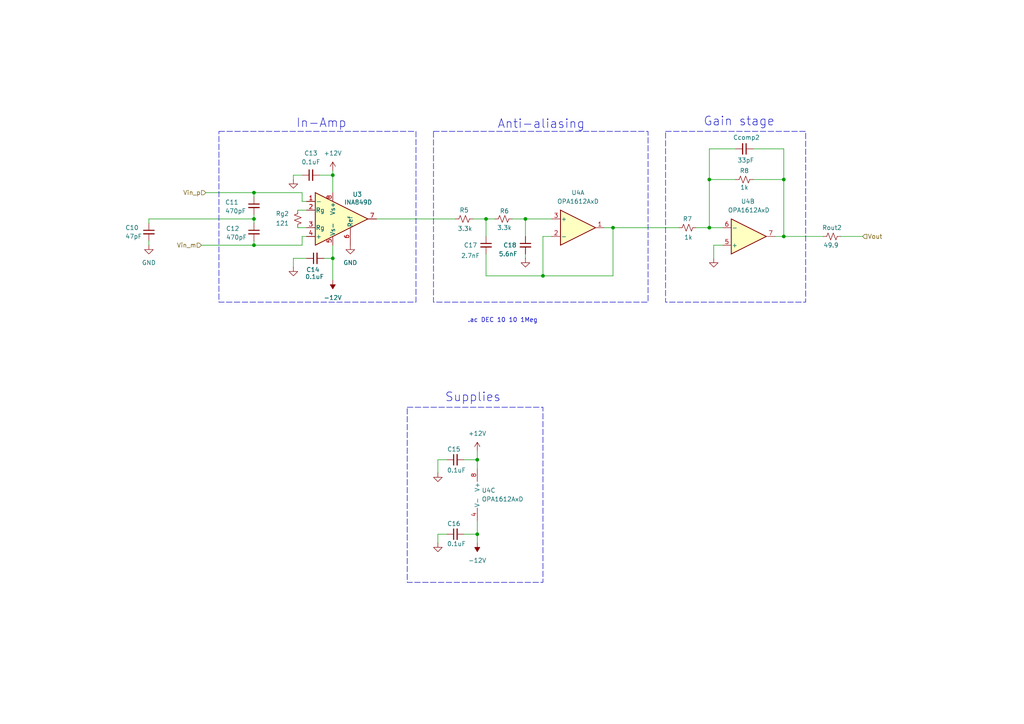
<source format=kicad_sch>
(kicad_sch (version 20250114) (generator "eeschema") (generator_version "9.0")
  (paper "A4")
  (lib_symbols
    (symbol "Amplifier_Instrumentation:INA849D" (pin_names (offset 0.127))
      (property "Reference" "U" (at 3.556 7.366 0))
      (property "Value" "INA849D" (at 7.366 5.334 0))
      (symbol "INA849D_0_1"
        (polyline (pts (xy -5.08 7.62) (xy -5.08 -7.62) (xy 10.16 0) (xy -5.08 7.62)) (stroke (width 0.254)) (fill (type background)))
      )
      (symbol "INA849D_1_1"
        (pin input line (at -7.62 5.08 0) (length 2.54) (name "-") (number "1"))
        (pin passive line (at -7.62 2.54 0) (length 2.54) (name "Rg") (number "2"))
        (pin passive line (at -7.62 -2.54 0) (length 2.54) (name "Rg") (number "3"))
        (pin input line (at -7.62 -5.08 0) (length 2.54) (name "+") (number "4"))
        (pin power_in line (at 0 7.62 270) (length 2.54) (name "Vs+") (number "8"))
        (pin power_in line (at 0 -7.62 90) (length 2.54) (name "Vs-") (number "5"))
        (pin passive line (at 5.08 -7.62 90) (length 5.08) (name "Ref") (number "6"))
        (pin output line (at 12.7 0 180) (length 2.54) (name "~") (number "7"))
      )
    )
    (symbol "Amplifier_Operational:OPA1612AxD" (pin_names (offset 0.127))
      (property "Reference" "U" (at 0 5.08 0))
      (property "Value" "OPA1612AxD" (at 0 -5.08 0))
      (symbol "OPA1612AxD_1_1"
        (polyline (pts (xy -5.08 5.08) (xy 5.08 0) (xy -5.08 -5.08) (xy -5.08 5.08)) (stroke (width 0.254)) (fill (type background)))
        (pin input line (at -7.62 2.54 0) (length 2.54) (name "+") (number "3"))
        (pin input line (at -7.62 -2.54 0) (length 2.54) (name "-") (number "2"))
        (pin output line (at 7.62 0 180) (length 2.54) (name "~") (number "1"))
      )
      (symbol "OPA1612AxD_2_1"
        (polyline (pts (xy -5.08 5.08) (xy 5.08 0) (xy -5.08 -5.08) (xy -5.08 5.08)) (stroke (width 0.254)) (fill (type background)))
        (pin input line (at -7.62 2.54 0) (length 2.54) (name "+") (number "5"))
        (pin input line (at -7.62 -2.54 0) (length 2.54) (name "-") (number "6"))
        (pin output line (at 7.62 0 180) (length 2.54) (name "~") (number "7"))
      )
      (symbol "OPA1612AxD_3_1"
        (pin power_in line (at -2.54 7.62 270) (length 3.81) (name "V+") (number "8"))
        (pin power_in line (at -2.54 -7.62 90) (length 3.81) (name "V-") (number "4"))
      )
    )
    (symbol "C_Small_1" (pin_numbers (hide yes)) (pin_names (offset 0.254) (hide yes))
      (property "Reference" "C" (at 0.254 1.778 0))
      (property "Value" "C_Small" (at 0.254 -2.032 0))
      (symbol "C_Small_1_0_1"
        (polyline (pts (xy -1.524 0.508) (xy 1.524 0.508)) (stroke (width 0.3048)))
        (polyline (pts (xy -1.524 -0.508) (xy 1.524 -0.508)) (stroke (width 0.3302)))
      )
      (symbol "C_Small_1_1_1"
        (pin passive line (at 0 2.54 270) (length 2.032) (name "~") (number "1"))
        (pin passive line (at 0 -2.54 90) (length 2.032) (name "~") (number "2"))
      )
    )
    (symbol "Device:C_Small" (pin_numbers (hide yes)) (pin_names (offset 0.254) (hide yes))
      (property "Reference" "C" (at 0.254 1.778 0))
      (property "Value" "C_Small" (at 0.254 -2.032 0))
      (symbol "C_Small_0_1"
        (polyline (pts (xy -1.524 0.508) (xy 1.524 0.508)) (stroke (width 0.3048)))
        (polyline (pts (xy -1.524 -0.508) (xy 1.524 -0.508)) (stroke (width 0.3302)))
      )
      (symbol "C_Small_1_1"
        (pin passive line (at 0 2.54 270) (length 2.032) (name "~") (number "1"))
        (pin passive line (at 0 -2.54 90) (length 2.032) (name "~") (number "2"))
      )
    )
    (symbol "Device:R_Small_US" (pin_numbers (hide yes)) (pin_names (offset 0.254) (hide yes))
      (property "Reference" "R" (at 0.762 0.508 0))
      (property "Value" "R_Small_US" (at 0.762 -1.016 0))
      (symbol "R_Small_US_1_1"
        (polyline (pts (xy 0 1.524) (xy 1.016 1.143) (xy 0 0.762) (xy -1.016 0.381) (xy 0 0)))
        (polyline (pts (xy 0 0) (xy 1.016 -0.381) (xy 0 -0.762) (xy -1.016 -1.143) (xy 0 -1.524)))
        (pin passive line (at 0 2.54 270) (length 1.016) (name "~") (number "1"))
        (pin passive line (at 0 -2.54 90) (length 1.016) (name "~") (number "2"))
      )
    )
    (symbol "power:+12V" (power) (pin_numbers (hide yes)) (pin_names (offset 0) (hide yes))
      (property "Value" "+12V" (at 0 3.556 0))
      (symbol "+12V_0_1"
        (polyline (pts (xy -0.762 1.27) (xy 0 2.54)))
        (polyline (pts (xy 0 2.54) (xy 0.762 1.27)))
        (polyline (pts (xy 0 0) (xy 0 2.54)))
      )
      (symbol "+12V_1_1"
        (pin power_in line (at 0 0 90) (length 0) (name "~") (number "1"))
      )
    )
    (symbol "power:-12V" (power) (pin_numbers (hide yes)) (pin_names (offset 0) (hide yes))
      (property "Value" "-12V" (at 0 3.556 0))
      (symbol "-12V_0_0"
        (pin power_in line (at 0 0 90) (length 0) (name "~") (number "1"))
      )
      (symbol "-12V_0_1"
        (polyline (pts (xy 0 0) (xy 0 1.27) (xy 0.762 1.27) (xy 0 2.54) (xy -0.762 1.27) (xy 0 1.27)) (fill (type outline)))
      )
    )
    (symbol "power:GND" (power) (pin_numbers (hide yes)) (pin_names (offset 0) (hide yes))
      (property "Value" "GND" (at 0 -3.81 0))
      (symbol "GND_0_1"
        (polyline (pts (xy 0 0) (xy 0 -1.27) (xy 1.27 -1.27) (xy 0 -2.54) (xy -1.27 -1.27) (xy 0 -1.27)))
      )
      (symbol "GND_1_1"
        (pin power_in line (at 0 0 270) (length 0) (name "~") (number "1"))
      )
    )
  )
  (rectangle (start 193.04 38.1) (end 233.68 87.63) (stroke (width 0) (type dash)))
  (rectangle (start 118.11 118.11) (end 157.48 168.91) (stroke (width 0) (type dash)))
  (rectangle (start 63.5 38.1) (end 120.65 87.63) (stroke (width 0) (type dash)))
  (rectangle (start 125.73 38.1) (end 187.96 87.63) (stroke (width 0) (type dash)))
  (text "Gain stage" (at 214.376 35.306 0) (effects (font (size 2.54 2.54))))
  (text "Anti-aliasing" (at 156.972 36.068 0) (effects (font (size 2.54 2.54))))
  (text "In-Amp" (at 93.218 35.814 0) (effects (font (size 2.54 2.54))))
  (text ".ac DEC 10 10 1Meg" (at 145.796 92.964 0) (effects (font (size 1.27 1.27))))
  (text "Supplies" (at 137.16 115.316 0) (effects (font (size 2.54 2.54))))
  (junction (at 73.66 55.88))
  (junction (at 138.43 154.94))
  (junction (at 205.74 66.04))
  (junction (at 205.74 52.07))
  (junction (at 227.33 68.58))
  (junction (at 157.48 80.01))
  (junction (at 140.97 63.5))
  (junction (at 96.52 50.8))
  (junction (at 138.43 133.35))
  (junction (at 73.66 63.5))
  (junction (at 152.4 63.5))
  (junction (at 96.52 74.93))
  (junction (at 227.33 52.07))
  (junction (at 177.8 66.04))
  (junction (at 73.66 71.12))
  (wire (pts (xy 127 154.94) (xy 127 157.48)))
  (wire (pts (xy 127 133.35) (xy 129.54 133.35)))
  (wire (pts (xy 59.69 55.88) (xy 73.66 55.88)))
  (wire (pts (xy 227.33 43.18) (xy 227.33 52.07)))
  (wire (pts (xy 58.42 71.12) (xy 73.66 71.12)))
  (wire (pts (xy 86.36 66.04) (xy 88.9 66.04)))
  (wire (pts (xy 177.8 66.04) (xy 175.26 66.04)))
  (wire (pts (xy 205.74 66.04) (xy 209.55 66.04)))
  (wire (pts (xy 96.52 50.8) (xy 96.52 55.88)))
  (wire (pts (xy 140.97 63.5) (xy 140.97 68.58)))
  (wire (pts (xy 109.22 63.5) (xy 132.08 63.5)))
  (wire (pts (xy 152.4 73.66) (xy 152.4 74.93)))
  (wire (pts (xy 138.43 151.13) (xy 138.43 154.94)))
  (wire (pts (xy 85.09 74.93) (xy 88.9 74.93)))
  (wire (pts (xy 87.63 55.88) (xy 87.63 58.42)))
  (wire (pts (xy 96.52 49.53) (xy 96.52 50.8)))
  (wire (pts (xy 85.09 77.47) (xy 85.09 74.93)))
  (wire (pts (xy 73.66 64.77) (xy 73.66 63.5)))
  (wire (pts (xy 177.8 66.04) (xy 196.85 66.04)))
  (wire (pts (xy 87.63 68.58) (xy 87.63 71.12)))
  (wire (pts (xy 201.93 66.04) (xy 205.74 66.04)))
  (wire (pts (xy 207.01 71.12) (xy 209.55 71.12)))
  (wire (pts (xy 140.97 63.5) (xy 143.51 63.5)))
  (wire (pts (xy 213.36 52.07) (xy 205.74 52.07)))
  (wire (pts (xy 152.4 63.5) (xy 160.02 63.5)))
  (wire (pts (xy 86.36 60.96) (xy 88.9 60.96)))
  (wire (pts (xy 96.52 71.12) (xy 96.52 74.93)))
  (wire (pts (xy 127 154.94) (xy 129.54 154.94)))
  (wire (pts (xy 43.18 63.5) (xy 43.18 64.77)))
  (wire (pts (xy 138.43 133.35) (xy 138.43 135.89)))
  (wire (pts (xy 243.84 68.58) (xy 250.19 68.58)))
  (wire (pts (xy 177.8 66.04) (xy 177.8 80.01)))
  (wire (pts (xy 134.62 154.94) (xy 138.43 154.94)))
  (wire (pts (xy 218.44 52.07) (xy 227.33 52.07)))
  (wire (pts (xy 73.66 71.12) (xy 87.63 71.12)))
  (wire (pts (xy 138.43 154.94) (xy 138.43 157.48)))
  (wire (pts (xy 205.74 52.07) (xy 205.74 66.04)))
  (wire (pts (xy 88.9 68.58) (xy 87.63 68.58)))
  (wire (pts (xy 140.97 80.01) (xy 157.48 80.01)))
  (wire (pts (xy 137.16 63.5) (xy 140.97 63.5)))
  (wire (pts (xy 88.9 58.42) (xy 87.63 58.42)))
  (wire (pts (xy 138.43 130.81) (xy 138.43 133.35)))
  (wire (pts (xy 85.09 50.8) (xy 85.09 52.07)))
  (wire (pts (xy 157.48 80.01) (xy 177.8 80.01)))
  (wire (pts (xy 157.48 68.58) (xy 157.48 80.01)))
  (wire (pts (xy 134.62 133.35) (xy 138.43 133.35)))
  (wire (pts (xy 92.71 50.8) (xy 96.52 50.8)))
  (wire (pts (xy 218.44 43.18) (xy 227.33 43.18)))
  (wire (pts (xy 213.36 43.18) (xy 205.74 43.18)))
  (wire (pts (xy 224.79 68.58) (xy 227.33 68.58)))
  (wire (pts (xy 227.33 52.07) (xy 227.33 68.58)))
  (wire (pts (xy 127 137.16) (xy 127 133.35)))
  (wire (pts (xy 43.18 69.85) (xy 43.18 71.12)))
  (wire (pts (xy 227.33 68.58) (xy 238.76 68.58)))
  (wire (pts (xy 73.66 71.12) (xy 73.66 69.85)))
  (wire (pts (xy 152.4 63.5) (xy 152.4 68.58)))
  (wire (pts (xy 207.01 74.93) (xy 207.01 71.12)))
  (wire (pts (xy 160.02 68.58) (xy 157.48 68.58)))
  (wire (pts (xy 148.59 63.5) (xy 152.4 63.5)))
  (wire (pts (xy 140.97 73.66) (xy 140.97 80.01)))
  (wire (pts (xy 73.66 62.23) (xy 73.66 63.5)))
  (wire (pts (xy 205.74 43.18) (xy 205.74 52.07)))
  (wire (pts (xy 93.98 74.93) (xy 96.52 74.93)))
  (wire (pts (xy 87.63 50.8) (xy 85.09 50.8)))
  (wire (pts (xy 96.52 74.93) (xy 96.52 81.28)))
  (wire (pts (xy 73.66 55.88) (xy 87.63 55.88)))
  (wire (pts (xy 43.18 63.5) (xy 73.66 63.5)))
  (wire (pts (xy 73.66 55.88) (xy 73.66 57.15)))
  (hierarchical_label "Vin_p" (shape input) (at 59.69 55.88 180))
  (hierarchical_label "Vout" (shape input) (at 250.19 68.58 0))
  (hierarchical_label "Vin_m" (shape input) (at 58.42 71.12 180))
  (symbol (lib_id "Device:R_Small_US") (at 199.39 66.04 90) (unit 1)
    (property "Reference" "R3" (at 199.39 63.5 90))
    (property "Value" "1k" (at 199.644 68.834 90))
    (property "Footprint" "Resistor_SMD:R_0603_1608Metric" (effects (hide yes)))
    (property "Description" "Resistor, small US symbol" (effects (hide yes)))
    (instances (project "Gain_Link" (path "" (reference "R7") (unit 1)) (path "" (reference "R3") (unit 1))))
  )
  (symbol (lib_id "power:GND") (at 85.09 52.07 0) (unit 1)
    (property "Reference" "#PWR012" (effects (hide yes)))
    (property "Value" "GND" (effects (hide yes)))
    (property "Description" "Power symbol creates a global label with name \"GND\" , ground" (effects (hide yes)))
    (instances (project "Gain_Link" (path "" (reference "#PWR024") (unit 1)) (path "" (reference "#PWR012") (unit 1))))
  )
  (symbol (lib_id "Device:R_Small_US") (at 215.9 52.07 90) (unit 1)
    (property "Reference" "R4" (at 215.9 49.53 90))
    (property "Value" "1k" (at 215.9 54.356 90))
    (property "Footprint" "Resistor_SMD:R_0603_1608Metric" (effects (hide yes)))
    (property "Description" "Resistor, small US symbol" (effects (hide yes)))
    (instances (project "Gain_Link" (path "" (reference "R8") (unit 1)) (path "" (reference "R4") (unit 1))))
  )
  (symbol (lib_id "Device:C_Small") (at 215.9 43.18 270) (mirror x) (unit 1)
    (property "Reference" "Ccomp1" (at 212.598 39.878 90) (effects (justify left)))
    (property "Value" "33pF" (at 213.868 46.482 90) (effects (justify left)))
    (property "Footprint" "Capacitor_SMD:C_0402_1005Metric" (effects (hide yes)))
    (property "Description" "Unpolarized capacitor, small symbol" (effects (hide yes)))
    (instances (project "Gain_Link" (path "" (reference "Ccomp2") (unit 1)) (path "" (reference "Ccomp1") (unit 1))))
  )
  (symbol (lib_id "Amplifier_Operational:OPA1612AxD") (at 140.97 143.51 0) (unit 3)
    (property "Reference" "U2" (at 139.7 142.2399 0) (effects (justify left)))
    (property "Value" "OPA1612AxD" (at 139.7 144.7799 0) (effects (justify left)))
    (property "Footprint" "Link_Footprints:OPA1612" (effects (hide yes)))
    (property "Datasheet" "http://www.ti.com/lit/ds/symlink/opa1612.pdf" (effects (hide yes)))
    (property "Description" "Dual SoundPlus High Performance, Bipolar-Input Audio Operational Amplifiers, SOIC-8" (effects (hide yes)))
    (property "Sim.Library" "C:\\Users\\smbea\\OneDrive\\personal-files\\school\\fall-2025\\oats\\avena-rs\\schematics\\libraries\\spice\\OPA1612\\OPA161x.LIB" (effects (hide yes)))
    (property "Sim.Name" "AOL_2_OPA161x" (effects (hide yes)))
    (property "Sim.Device" "SUBCKT" (effects (hide yes)))
    (property "Sim.Pins" "1=VC+ 2=VC- 3=IOUT+ 4=IOUT-" (effects (hide yes)))
    (property "Sim.Params" "GAIN=20" (effects (hide yes)))
    (instances (project "Gain_Link" (path "" (reference "U4") (unit 3)) (path "" (reference "U2") (unit 3))))
  )
  (symbol (lib_id "Device:C_Small") (at 132.08 154.94 90) (unit 1)
    (property "Reference" "C7" (at 133.604 151.892 90) (effects (justify left)))
    (property "Value" "0.1uF" (at 135.128 157.734 90) (effects (justify left)))
    (property "Footprint" "Capacitor_SMD:C_0402_1005Metric" (effects (hide yes)))
    (property "Description" "Unpolarized capacitor, small symbol" (effects (hide yes)))
    (instances (project "Gain_Link" (path "" (reference "C16") (unit 1)) (path "" (reference "C7") (unit 1))))
  )
  (symbol (lib_id "power:GND") (at 127 137.16 0) (unit 1)
    (property "Reference" "#PWR017" (effects (hide yes)))
    (property "Value" "GND" (effects (hide yes)))
    (property "Description" "Power symbol creates a global label with name \"GND\" , ground" (effects (hide yes)))
    (instances (project "Gain_Link" (path "" (reference "#PWR029") (unit 1)) (path "" (reference "#PWR017") (unit 1))))
  )
  (symbol (lib_id "power:GND") (at 101.6 71.12 0) (unit 1)
    (property "Reference" "#PWR016" (effects (hide yes)))
    (property "Value" "GND" (at 101.6 76.2 0))
    (property "Description" "Power symbol creates a global label with name \"GND\" , ground" (effects (hide yes)))
    (instances (project "Gain_Link" (path "" (reference "#PWR028") (unit 1)) (path "" (reference "#PWR016") (unit 1))))
  )
  (symbol (lib_id "Device:C_Small") (at 73.66 67.31 0) (unit 1)
    (property "Reference" "C3" (at 65.532 66.294 0) (effects (justify left)))
    (property "Value" "470pF" (at 65.532 68.834 0) (effects (justify left)))
    (property "Footprint" "Capacitor_SMD:C_0402_1005Metric" (effects (hide yes)))
    (property "Description" "Unpolarized capacitor, small symbol" (effects (hide yes)))
    (instances (project "gain-link" (path "" (reference "C12") (unit 1)) (path "" (reference "C3") (unit 1))))
  )
  (symbol (lib_id "Device:R_Small_US") (at 146.05 63.5 90) (unit 1)
    (property "Reference" "R2" (at 146.304 61.214 90))
    (property "Value" "3.3k" (at 146.304 66.04 90))
    (property "Footprint" "Resistor_SMD:R_0603_1608Metric" (effects (hide yes)))
    (property "Description" "Resistor, small US symbol" (effects (hide yes)))
    (instances (project "Gain_Link" (path "" (reference "R6") (unit 1)) (path "" (reference "R2") (unit 1))))
  )
  (symbol (lib_id "Amplifier_Operational:OPA1612AxD") (at 217.17 68.58 0) (mirror x) (unit 2)
    (property "Reference" "U2" (at 216.916 58.42 0))
    (property "Value" "OPA1612AxD" (at 217.17 60.96 0))
    (property "Footprint" "Link_Footprints:OPA1612" (effects (hide yes)))
    (property "Datasheet" "http://www.ti.com/lit/ds/symlink/opa1612.pdf" (effects (hide yes)))
    (property "Description" "Dual SoundPlus High Performance, Bipolar-Input Audio Operational Amplifiers, SOIC-8" (effects (hide yes)))
    (property "Sim.Library" "C:\\Users\\smbea\\OneDrive\\personal-files\\school\\fall-2025\\oats\\avena-rs\\schematics\\libraries\\spice\\OPA1612\\OPA161x.LIB" (effects (hide yes)))
    (property "Sim.Name" "AOL_2_OPA161x" (effects (hide yes)))
    (property "Sim.Device" "SUBCKT" (effects (hide yes)))
    (property "Sim.Pins" "1=VC+ 2=VC- 3=IOUT+ 4=IOUT-" (effects (hide yes)))
    (property "Sim.Params" "GAIN=20" (effects (hide yes)))
    (instances (project "Gain_Link" (path "" (reference "U4") (unit 2)) (path "" (reference "U2") (unit 2))))
  )
  (symbol (lib_id "power:GND") (at 127 157.48 0) (unit 1)
    (property "Reference" "#PWR018" (effects (hide yes)))
    (property "Value" "GND" (effects (hide yes)))
    (property "Description" "Power symbol creates a global label with name \"GND\" , ground" (effects (hide yes)))
    (instances (project "Gain_Link" (path "" (reference "#PWR030") (unit 1)) (path "" (reference "#PWR018") (unit 1))))
  )
  (symbol (lib_id "power:-12V") (at 138.43 157.48 180) (unit 1)
    (property "Reference" "#PWR020" (effects (hide yes)))
    (property "Value" "-12V" (at 138.43 162.56 0))
    (property "Description" "Power symbol creates a global label with name \"-12V\"" (effects (hide yes)))
    (instances (project "Gain_Link" (path "" (reference "#PWR032") (unit 1)) (path "" (reference "#PWR020") (unit 1))))
  )
  (symbol (lib_id "power:GND") (at 152.4 74.93 0) (unit 1)
    (property "Reference" "#PWR021" (effects (hide yes)))
    (property "Value" "GND" (effects (hide yes)))
    (property "Description" "Power symbol creates a global label with name \"GND\" , ground" (effects (hide yes)))
    (instances (project "Gain_Link" (path "" (reference "#PWR033") (unit 1)) (path "" (reference "#PWR021") (unit 1))))
  )
  (symbol (lib_id "Device:R_Small_US") (at 134.62 63.5 90) (unit 1)
    (property "Reference" "R1" (at 134.62 60.96 90))
    (property "Value" "3.3k" (at 134.874 66.294 90))
    (property "Footprint" "Resistor_SMD:R_0603_1608Metric" (effects (hide yes)))
    (property "Description" "Resistor, small US symbol" (effects (hide yes)))
    (instances (project "Gain_Link" (path "" (reference "R5") (unit 1)) (path "" (reference "R1") (unit 1))))
  )
  (symbol (lib_id "Amplifier_Operational:OPA1612AxD") (at 167.64 66.04 0) (unit 1)
    (property "Reference" "U2" (at 167.64 55.88 0))
    (property "Value" "OPA1612AxD" (at 167.64 58.42 0))
    (property "Footprint" "Link_Footprints:OPA1612" (effects (hide yes)))
    (property "Datasheet" "http://www.ti.com/lit/ds/symlink/opa1612.pdf" (effects (hide yes)))
    (property "Description" "Dual SoundPlus High Performance, Bipolar-Input Audio Operational Amplifiers, SOIC-8" (effects (hide yes)))
    (property "Sim.Library" "C:\\Users\\smbea\\OneDrive\\personal-files\\school\\fall-2025\\oats\\avena-rs\\schematics\\libraries\\spice\\OPA1612\\OPA161x.LIB" (effects (hide yes)))
    (property "Sim.Name" "AOL_2_OPA161x" (effects (hide yes)))
    (property "Sim.Device" "SUBCKT" (effects (hide yes)))
    (property "Sim.Pins" "1=VC+ 2=VC- 3=IOUT+ 4=IOUT-" (effects (hide yes)))
    (property "Sim.Params" "GAIN=20" (effects (hide yes)))
    (instances (project "Gain_Link" (path "" (reference "U4") (unit 1)) (path "" (reference "U2") (unit 1))))
  )
  (symbol (lib_id "Device:R_Small_US") (at 241.3 68.58 90) (unit 1)
    (property "Reference" "Rout1" (at 241.3 66.04 90))
    (property "Value" "49.9" (at 241.046 71.12 90))
    (property "Footprint" "Resistor_SMD:R_0603_1608Metric" (effects (hide yes)))
    (property "Description" "Resistor, small US symbol" (effects (hide yes)))
    (instances (project "Gain_Link" (path "" (reference "Rout2") (unit 1)) (path "" (reference "Rout1") (unit 1))))
  )
  (symbol (lib_id "Device:C_Small") (at 73.66 59.69 0) (unit 1)
    (property "Reference" "C2" (at 65.278 58.674 0) (effects (justify left)))
    (property "Value" "470pF" (at 65.278 61.214 0) (effects (justify left)))
    (property "Footprint" "Capacitor_SMD:C_0402_1005Metric" (effects (hide yes)))
    (property "Description" "Unpolarized capacitor, small symbol" (effects (hide yes)))
    (instances (project "" (path "" (reference "C11") (unit 1)) (path "" (reference "C2") (unit 1))))
  )
  (symbol (lib_id "power:GND") (at 85.09 77.47 0) (unit 1)
    (property "Reference" "#PWR013" (effects (hide yes)))
    (property "Value" "GND" (effects (hide yes)))
    (property "Description" "Power symbol creates a global label with name \"GND\" , ground" (effects (hide yes)))
    (instances (project "Gain_Link" (path "" (reference "#PWR025") (unit 1)) (path "" (reference "#PWR013") (unit 1))))
  )
  (symbol (lib_id "power:GND") (at 207.01 74.93 0) (unit 1)
    (property "Reference" "#PWR022" (effects (hide yes)))
    (property "Value" "GND" (effects (hide yes)))
    (property "Description" "Power symbol creates a global label with name \"GND\" , ground" (effects (hide yes)))
    (instances (project "Gain_Link" (path "" (reference "#PWR034") (unit 1)) (path "" (reference "#PWR022") (unit 1))))
  )
  (symbol (lib_id "power:+12V") (at 96.52 49.53 0) (unit 1)
    (property "Reference" "#PWR014" (effects (hide yes)))
    (property "Value" "+12V" (at 96.52 44.45 0))
    (property "Description" "Power symbol creates a global label with name \"+12V\"" (effects (hide yes)))
    (instances (project "Gain_Link" (path "" (reference "#PWR026") (unit 1)) (path "" (reference "#PWR014") (unit 1))))
  )
  (symbol (lib_id "Amplifier_Instrumentation:INA849D") (at 96.52 63.5 0) (unit 1)
    (property "Reference" "U1" (at 103.632 56.388 0))
    (property "Value" "INA849D" (at 103.886 58.674 0))
    (property "Footprint" "Package_SO:SOIC-8_3.9x4.9mm_P1.27mm" (effects (hide yes)))
    (property "Datasheet" "https://www.ti.com/lit/ds/symlink/ina849.pdf" (effects (hide yes)))
    (property "Description" "Ultra-Low-Noise (1 nV/√Hz), 28 MHz Bandwidth, Instrumentation Amplifier, Supply Range 8V to 36V, SOIC-8" (effects (hide yes)))
    (property "Sim.Library" "C:\\Users\\smbea\\OneDrive\\personal-files\\school\\fall-2025\\oats\\avena-rs\\schematics\\libraries\\spice\\INA849\\INA849.LIB" (effects (hide yes)))
    (property "Sim.Name" "AOL_2_INA849_INAMP" (effects (hide yes)))
    (property "Sim.Device" "SUBCKT" (effects (hide yes)))
    (property "Sim.Pins" "1=VC+ 2=VC- 3=IOUT+ 4=IOUT-" (effects (hide yes)))
    (property "Sim.Params" "GAIN=50" (effects (hide yes)))
    (instances (project "Gain_Link" (path "" (reference "U3") (unit 1)) (path "" (reference "U1") (unit 1))))
  )
  (symbol (lib_id "Device:C_Small") (at 91.44 74.93 90) (mirror x) (unit 1)
    (property "Reference" "C5" (at 92.71 78.232 90) (effects (justify left)))
    (property "Value" "0.1uF" (at 93.98 80.264 90) (effects (justify left)))
    (property "Footprint" "Capacitor_SMD:C_0402_1005Metric" (effects (hide yes)))
    (property "Description" "Unpolarized capacitor, small symbol" (effects (hide yes)))
    (instances (project "Gain_Link" (path "" (reference "C14") (unit 1)) (path "" (reference "C5") (unit 1))))
  )
  (symbol (lib_id "power:GND") (at 43.18 71.12 0) (unit 1)
    (property "Reference" "#PWR011" (effects (hide yes)))
    (property "Value" "GND" (at 43.18 76.2 0))
    (property "Description" "Power symbol creates a global label with name \"GND\" , ground" (effects (hide yes)))
    (instances (project "gain-link" (path "" (reference "#PWR023") (unit 1)) (path "" (reference "#PWR011") (unit 1))))
  )
  (symbol (lib_id "Device:C_Small") (at 132.08 133.35 90) (unit 1)
    (property "Reference" "C6" (at 133.604 130.302 90) (effects (justify left)))
    (property "Value" "0.1uF" (at 135.128 136.398 90) (effects (justify left)))
    (property "Footprint" "Capacitor_SMD:C_0402_1005Metric" (effects (hide yes)))
    (property "Description" "Unpolarized capacitor, small symbol" (effects (hide yes)))
    (instances (project "Gain_Link" (path "" (reference "C15") (unit 1)) (path "" (reference "C6") (unit 1))))
  )
  (symbol (lib_name "C_Small_1") (lib_id "Device:C_Small") (at 90.17 50.8 90) (unit 1)
    (property "Reference" "C4" (at 90.1763 44.45 90))
    (property "Value" "0.1uF" (at 90.1763 46.99 90))
    (property "Footprint" "Capacitor_SMD:C_0402_1005Metric" (effects (hide yes)))
    (property "Description" "Unpolarized capacitor, small symbol" (effects (hide yes)))
    (instances (project "Gain_Link" (path "" (reference "C13") (unit 1)) (path "" (reference "C4") (unit 1))))
  )
  (symbol (lib_id "Device:C_Small") (at 140.97 71.12 0) (mirror y) (unit 1)
    (property "Reference" "C8" (at 138.43 71.12 0) (effects (justify left)))
    (property "Value" "2.7nF" (at 139.192 74.168 0) (effects (justify left)))
    (property "Footprint" "Capacitor_SMD:C_0402_1005Metric" (effects (hide yes)))
    (property "Description" "Unpolarized capacitor, small symbol" (effects (hide yes)))
    (instances (project "Gain_Link" (path "" (reference "C17") (unit 1)) (path "" (reference "C8") (unit 1))))
  )
  (symbol (lib_id "power:-12V") (at 96.52 81.28 180) (unit 1)
    (property "Reference" "#PWR015" (effects (hide yes)))
    (property "Value" "-12V" (at 96.52 86.36 0))
    (property "Description" "Power symbol creates a global label with name \"-12V\"" (effects (hide yes)))
    (instances (project "Gain_Link" (path "" (reference "#PWR027") (unit 1)) (path "" (reference "#PWR015") (unit 1))))
  )
  (symbol (lib_id "Device:C_Small") (at 152.4 71.12 0) (mirror y) (unit 1)
    (property "Reference" "C9" (at 149.86 71.12 0) (effects (justify left)))
    (property "Value" "5.6nF" (at 150.114 73.66 0) (effects (justify left)))
    (property "Footprint" "Capacitor_SMD:C_0402_1005Metric" (effects (hide yes)))
    (property "Description" "Unpolarized capacitor, small symbol" (effects (hide yes)))
    (instances (project "Gain_Link" (path "" (reference "C18") (unit 1)) (path "" (reference "C9") (unit 1))))
  )
  (symbol (lib_id "power:+12V") (at 138.43 130.81 0) (unit 1)
    (property "Reference" "#PWR019" (effects (hide yes)))
    (property "Value" "+12V" (at 138.43 125.73 0))
    (property "Description" "Power symbol creates a global label with name \"+12V\"" (effects (hide yes)))
    (instances (project "Gain_Link" (path "" (reference "#PWR031") (unit 1)) (path "" (reference "#PWR019") (unit 1))))
  )
  (symbol (lib_id "Device:C_Small") (at 43.18 67.31 0) (unit 1)
    (property "Reference" "C1" (at 36.322 66.04 0) (effects (justify left)))
    (property "Value" "47pF" (at 36.322 68.58 0) (effects (justify left)))
    (property "Footprint" "Capacitor_SMD:C_0402_1005Metric" (effects (hide yes)))
    (property "Description" "Unpolarized capacitor, small symbol" (effects (hide yes)))
    (instances (project "gain-link" (path "" (reference "C10") (unit 1)) (path "" (reference "C1") (unit 1))))
  )
  (symbol (lib_id "Device:R_Small_US") (at 86.36 63.5 0) (mirror y) (unit 1)
    (property "Reference" "Rg1" (at 83.82 61.976 0) (effects (justify left)))
    (property "Value" "121" (at 83.82 64.7699 0) (effects (justify left)))
    (property "Footprint" "Resistor_SMD:R_0603_1608Metric" (effects (hide yes)))
    (property "Description" "Resistor, small US symbol" (effects (hide yes)))
    (instances (project "Gain_Link" (path "" (reference "Rg2") (unit 1)) (path "" (reference "Rg1") (unit 1))))
  )
)
</source>
